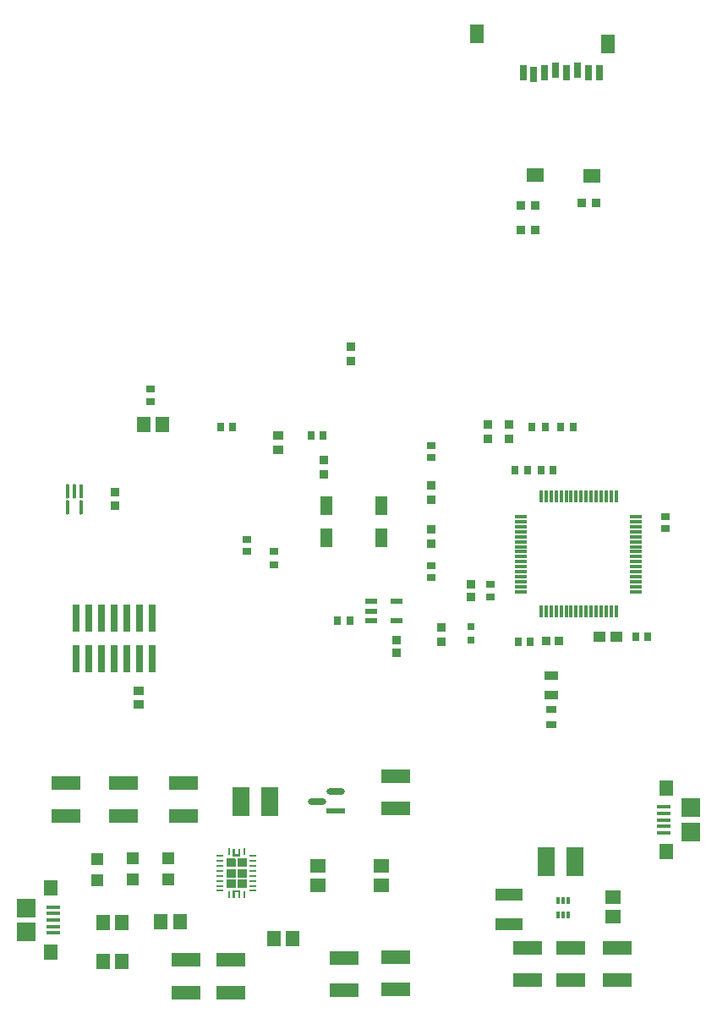
<source format=gtp>
G04*
G04 #@! TF.GenerationSoftware,Altium Limited,Altium Designer,23.4.1 (23)*
G04*
G04 Layer_Color=8421504*
%FSLAX25Y25*%
%MOIN*%
G70*
G04*
G04 #@! TF.SameCoordinates,3C4277FE-F450-4ED3-BB46-299587BC0101*
G04*
G04*
G04 #@! TF.FilePolarity,Positive*
G04*
G01*
G75*
%ADD17R,0.02913X0.10984*%
%ADD18R,0.04724X0.01181*%
%ADD19R,0.01181X0.04724*%
%ADD20R,0.03150X0.05906*%
%ADD21R,0.07087X0.05512*%
%ADD22R,0.05512X0.07480*%
%ADD23R,0.05315X0.01575*%
%ADD24R,0.05512X0.06299*%
%ADD25R,0.07480X0.07480*%
%ADD26R,0.06150X0.05542*%
%ADD27R,0.11614X0.05709*%
G04:AMPARAMS|DCode=28|XSize=9.45mil|YSize=23.62mil|CornerRadius=1.98mil|HoleSize=0mil|Usage=FLASHONLY|Rotation=0.000|XOffset=0mil|YOffset=0mil|HoleType=Round|Shape=RoundedRectangle|*
%AMROUNDEDRECTD28*
21,1,0.00945,0.01965,0,0,0.0*
21,1,0.00548,0.02362,0,0,0.0*
1,1,0.00397,0.00274,-0.00983*
1,1,0.00397,-0.00274,-0.00983*
1,1,0.00397,-0.00274,0.00983*
1,1,0.00397,0.00274,0.00983*
%
%ADD28ROUNDEDRECTD28*%
G04:AMPARAMS|DCode=29|XSize=23.62mil|YSize=9.45mil|CornerRadius=1.98mil|HoleSize=0mil|Usage=FLASHONLY|Rotation=0.000|XOffset=0mil|YOffset=0mil|HoleType=Round|Shape=RoundedRectangle|*
%AMROUNDEDRECTD29*
21,1,0.02362,0.00548,0,0,0.0*
21,1,0.01965,0.00945,0,0,0.0*
1,1,0.00397,0.00983,-0.00274*
1,1,0.00397,-0.00983,-0.00274*
1,1,0.00397,-0.00983,0.00274*
1,1,0.00397,0.00983,0.00274*
%
%ADD29ROUNDEDRECTD29*%
%ADD30R,0.05542X0.06150*%
%ADD31R,0.03681X0.03788*%
%ADD32R,0.03772X0.03591*%
%ADD33R,0.03543X0.02953*%
%ADD34R,0.03150X0.03740*%
%ADD35R,0.02953X0.03543*%
%ADD36R,0.03347X0.03543*%
%ADD37R,0.03591X0.03772*%
%ADD38R,0.04724X0.02362*%
%ADD39R,0.03788X0.03681*%
%ADD40R,0.03543X0.03347*%
G04:AMPARAMS|DCode=41|XSize=57.64mil|YSize=14.8mil|CornerRadius=7.4mil|HoleSize=0mil|Usage=FLASHONLY|Rotation=270.000|XOffset=0mil|YOffset=0mil|HoleType=Round|Shape=RoundedRectangle|*
%AMROUNDEDRECTD41*
21,1,0.05764,0.00000,0,0,270.0*
21,1,0.04284,0.01480,0,0,270.0*
1,1,0.01480,0.00000,-0.02142*
1,1,0.01480,0.00000,0.02142*
1,1,0.01480,0.00000,0.02142*
1,1,0.01480,0.00000,-0.02142*
%
%ADD41ROUNDEDRECTD41*%
%ADD42R,0.03740X0.03150*%
%ADD43R,0.02756X0.02559*%
%ADD44R,0.06903X0.11434*%
%ADD45R,0.01221X0.02598*%
%ADD46R,0.04724X0.04724*%
%ADD47R,0.10630X0.04528*%
G04:AMPARAMS|DCode=48|XSize=71.82mil|YSize=24.33mil|CornerRadius=12.17mil|HoleSize=0mil|Usage=FLASHONLY|Rotation=180.000|XOffset=0mil|YOffset=0mil|HoleType=Round|Shape=RoundedRectangle|*
%AMROUNDEDRECTD48*
21,1,0.07182,0.00000,0,0,180.0*
21,1,0.04749,0.02433,0,0,180.0*
1,1,0.02433,-0.02375,0.00000*
1,1,0.02433,0.02375,0.00000*
1,1,0.02433,0.02375,0.00000*
1,1,0.02433,-0.02375,0.00000*
%
%ADD48ROUNDEDRECTD48*%
%ADD49R,0.07182X0.02433*%
%ADD50R,0.03937X0.02953*%
%ADD51R,0.04921X0.04331*%
%ADD52R,0.04134X0.03543*%
%ADD53R,0.05512X0.03543*%
%ADD54R,0.01181X0.04724*%
%ADD55R,0.01480X0.05764*%
%ADD56R,0.05118X0.07480*%
G36*
X341437Y168307D02*
X341831D01*
X341831Y168307D01*
X341870Y168307D01*
X341942Y168277D01*
X341998Y168222D01*
X342027Y168149D01*
Y168110D01*
Y165453D01*
X342027D01*
X342027Y165414D01*
X341998Y165341D01*
X341942Y165286D01*
X341870Y165256D01*
X341831D01*
X339272Y165256D01*
X339272D01*
X339232Y165256D01*
X339160Y165286D01*
X339105Y165341D01*
X339075Y165414D01*
Y165453D01*
X339075Y168110D01*
X339075Y168149D01*
X339105Y168222D01*
X339160Y168277D01*
X339232Y168307D01*
X339272D01*
X339665Y168307D01*
X339665Y168307D01*
X339705D01*
X339777Y168277D01*
X339832Y168222D01*
X339862Y168149D01*
Y168110D01*
X339862Y166240D01*
X341240D01*
X341240Y168110D01*
Y168110D01*
X341240Y168149D01*
X341270Y168222D01*
X341325Y168277D01*
X341398Y168307D01*
X341437Y168307D01*
D02*
G37*
G36*
X344482Y164438D02*
X344537Y164383D01*
X344567Y164311D01*
Y164272D01*
Y161319D01*
Y161280D01*
X344537Y161207D01*
X344482Y161152D01*
X344409Y161122D01*
X341103D01*
X341030Y161152D01*
X340975Y161207D01*
X340945Y161280D01*
Y161319D01*
Y164272D01*
Y164311D01*
X340975Y164383D01*
X341030Y164438D01*
X341103Y164469D01*
X344409D01*
X344482Y164438D01*
D02*
G37*
G36*
X340072D02*
X340127Y164383D01*
X340158Y164311D01*
Y164272D01*
Y161319D01*
Y161280D01*
X340127Y161207D01*
X340072Y161152D01*
X340000Y161122D01*
X336693D01*
X336621Y161152D01*
X336565Y161207D01*
X336535Y161280D01*
Y161319D01*
Y164272D01*
Y164311D01*
X336565Y164383D01*
X336621Y164438D01*
X336693Y164469D01*
X340000D01*
X340072Y164438D01*
D02*
G37*
G36*
X344482Y160305D02*
X344537Y160249D01*
X344567Y160177D01*
Y160138D01*
Y157185D01*
Y157146D01*
X344537Y157073D01*
X344482Y157018D01*
X344409Y156988D01*
X341103D01*
X341030Y157018D01*
X340975Y157073D01*
X340945Y157146D01*
Y157185D01*
Y160138D01*
Y160177D01*
X340975Y160249D01*
X341030Y160305D01*
X341103Y160335D01*
X344409D01*
X344482Y160305D01*
D02*
G37*
G36*
X340072D02*
X340127Y160249D01*
X340158Y160177D01*
Y160138D01*
Y157185D01*
Y157146D01*
X340127Y157073D01*
X340072Y157018D01*
X340000Y156988D01*
X336693D01*
X336621Y157018D01*
X336565Y157073D01*
X336535Y157146D01*
Y157185D01*
Y160138D01*
Y160177D01*
X336565Y160249D01*
X336621Y160305D01*
X336693Y160335D01*
X340000D01*
X340072Y160305D01*
D02*
G37*
G36*
X344482Y156171D02*
X344537Y156115D01*
X344567Y156043D01*
Y156004D01*
Y153051D01*
Y153012D01*
X344537Y152940D01*
X344482Y152884D01*
X344409Y152854D01*
X341103D01*
X341030Y152884D01*
X340975Y152940D01*
X340945Y153012D01*
Y153051D01*
Y156004D01*
Y156043D01*
X340975Y156115D01*
X341030Y156171D01*
X341103Y156201D01*
X344409D01*
X344482Y156171D01*
D02*
G37*
G36*
X340072D02*
X340127Y156115D01*
X340158Y156043D01*
Y156004D01*
Y153051D01*
Y153012D01*
X340127Y152940D01*
X340072Y152884D01*
X340000Y152854D01*
X336693D01*
X336621Y152884D01*
X336565Y152940D01*
X336535Y153012D01*
Y153051D01*
Y156004D01*
Y156043D01*
X336565Y156115D01*
X336621Y156171D01*
X336693Y156201D01*
X340000D01*
X340072Y156171D01*
D02*
G37*
G36*
X341831Y152067D02*
X341870Y152067D01*
X341942Y152037D01*
X341998Y151982D01*
X342027Y151909D01*
Y151870D01*
X342027Y149213D01*
X342027Y149213D01*
X342027Y149173D01*
X341998Y149101D01*
X341942Y149046D01*
X341870Y149016D01*
X341437D01*
Y149016D01*
X341398D01*
X341325Y149046D01*
X341270Y149101D01*
X341240Y149173D01*
Y149213D01*
Y151083D01*
X339862D01*
X339862Y149213D01*
X339862D01*
X339862Y149173D01*
X339832Y149101D01*
X339777Y149046D01*
X339704Y149016D01*
X339665Y149016D01*
X339272Y149016D01*
X339232Y149016D01*
X339160Y149046D01*
X339105Y149101D01*
X339075Y149173D01*
Y149213D01*
X339075Y151870D01*
X339075Y151870D01*
X339075Y151909D01*
X339105Y151982D01*
X339160Y152037D01*
X339232Y152067D01*
X339272D01*
X341831Y152067D01*
Y152067D01*
D02*
G37*
D17*
X282244Y243307D02*
D03*
Y259331D02*
D03*
X287244Y243307D02*
D03*
Y259331D02*
D03*
X292244Y243307D02*
D03*
Y259331D02*
D03*
X307244D02*
D03*
Y243307D02*
D03*
X302244Y259331D02*
D03*
Y243307D02*
D03*
X297244Y259331D02*
D03*
Y243307D02*
D03*
X277244Y259331D02*
D03*
Y243307D02*
D03*
D18*
X452756Y297244D02*
D03*
X498031Y299213D02*
D03*
Y297244D02*
D03*
X452756Y277559D02*
D03*
Y299213D02*
D03*
Y295276D02*
D03*
Y293307D02*
D03*
Y291339D02*
D03*
Y289370D02*
D03*
Y287402D02*
D03*
Y285433D02*
D03*
Y283465D02*
D03*
Y281496D02*
D03*
Y279528D02*
D03*
Y275591D02*
D03*
Y273622D02*
D03*
Y271654D02*
D03*
Y269685D02*
D03*
X498031D02*
D03*
Y271654D02*
D03*
Y273622D02*
D03*
Y275591D02*
D03*
Y277559D02*
D03*
Y279528D02*
D03*
Y281496D02*
D03*
Y283465D02*
D03*
Y285433D02*
D03*
Y287402D02*
D03*
Y289370D02*
D03*
Y291339D02*
D03*
Y293307D02*
D03*
Y295276D02*
D03*
D19*
X468504Y307087D02*
D03*
X490157Y261811D02*
D03*
X464567D02*
D03*
X460630Y307087D02*
D03*
X462598D02*
D03*
X488189Y261811D02*
D03*
X462598D02*
D03*
X460630D02*
D03*
X466535D02*
D03*
X468504D02*
D03*
X470472D02*
D03*
X472441D02*
D03*
X474409D02*
D03*
X476378D02*
D03*
X478346D02*
D03*
X480315D02*
D03*
X482283D02*
D03*
X484252D02*
D03*
X486220D02*
D03*
X490157Y307087D02*
D03*
X488189D02*
D03*
X486220D02*
D03*
X484252D02*
D03*
X482283D02*
D03*
X480315D02*
D03*
X478346D02*
D03*
X476378D02*
D03*
X472441D02*
D03*
X470472D02*
D03*
X466535D02*
D03*
X464567D02*
D03*
D20*
X453445Y474409D02*
D03*
X457776Y473622D02*
D03*
X462106Y474409D02*
D03*
X466437Y475197D02*
D03*
X470768Y474409D02*
D03*
X475098Y475197D02*
D03*
X479429Y474409D02*
D03*
X483760D02*
D03*
D21*
X480524Y433705D02*
D03*
X458169Y433858D02*
D03*
D22*
X435138Y489567D02*
D03*
X486909Y485630D02*
D03*
D23*
X268283Y145346D02*
D03*
Y142787D02*
D03*
Y140228D02*
D03*
Y137669D02*
D03*
Y135110D02*
D03*
X509055Y174606D02*
D03*
Y177165D02*
D03*
Y179724D02*
D03*
Y182283D02*
D03*
Y184843D02*
D03*
D24*
X267398Y152827D02*
D03*
Y127630D02*
D03*
X509941Y167126D02*
D03*
Y192323D02*
D03*
D25*
X257752Y144953D02*
D03*
Y135504D02*
D03*
X519587Y175000D02*
D03*
Y184449D02*
D03*
D26*
X488976Y141732D02*
D03*
Y149230D02*
D03*
X372689Y153921D02*
D03*
Y161418D02*
D03*
X397492Y153921D02*
D03*
Y161418D02*
D03*
D27*
X320472Y111713D02*
D03*
Y124508D02*
D03*
X338189Y111713D02*
D03*
Y124508D02*
D03*
X296063Y194193D02*
D03*
Y181398D02*
D03*
X273228Y194193D02*
D03*
Y181398D02*
D03*
X403150Y184153D02*
D03*
Y196949D02*
D03*
X472441Y129232D02*
D03*
Y116437D02*
D03*
X490551Y116437D02*
D03*
Y129232D02*
D03*
X455118Y116437D02*
D03*
Y129232D02*
D03*
X403150Y112894D02*
D03*
Y125689D02*
D03*
X383071Y112500D02*
D03*
Y125295D02*
D03*
X319685Y181398D02*
D03*
Y194193D02*
D03*
D28*
X337598Y167126D02*
D03*
Y150197D02*
D03*
X343504D02*
D03*
Y167126D02*
D03*
D29*
X334055Y165551D02*
D03*
Y163583D02*
D03*
Y161614D02*
D03*
Y159646D02*
D03*
Y157677D02*
D03*
Y155709D02*
D03*
Y153740D02*
D03*
Y151772D02*
D03*
X347047D02*
D03*
Y153740D02*
D03*
Y155709D02*
D03*
Y157677D02*
D03*
Y159646D02*
D03*
Y161614D02*
D03*
Y163583D02*
D03*
Y165551D02*
D03*
D30*
X303921Y335579D02*
D03*
X311418D02*
D03*
X287779Y123768D02*
D03*
X295276D02*
D03*
X362615Y132925D02*
D03*
X355117D02*
D03*
X310613Y139516D02*
D03*
X318111D02*
D03*
X295292Y139224D02*
D03*
X287795D02*
D03*
D31*
X482185Y422835D02*
D03*
X476552D02*
D03*
D32*
X452445Y421850D02*
D03*
X452457Y412299D02*
D03*
X458181D02*
D03*
X458169Y421850D02*
D03*
D33*
X509449Y299213D02*
D03*
X417323Y327165D02*
D03*
X344488Y290157D02*
D03*
X417323Y275197D02*
D03*
X440551Y272441D02*
D03*
X509449Y294488D02*
D03*
X440551Y267717D02*
D03*
X417323Y279921D02*
D03*
X344488Y285433D02*
D03*
X417323Y322441D02*
D03*
D34*
X473228Y334646D02*
D03*
X380118Y258268D02*
D03*
X457087Y334646D02*
D03*
X468110D02*
D03*
X385236Y258268D02*
D03*
X462205Y334646D02*
D03*
D35*
X502756Y251969D02*
D03*
X455118Y317717D02*
D03*
X460630D02*
D03*
X456201Y249902D02*
D03*
X465354Y317717D02*
D03*
X334252Y334646D02*
D03*
X498032Y251969D02*
D03*
X451476Y249902D02*
D03*
X450394Y317717D02*
D03*
X369783Y331201D02*
D03*
X374508D02*
D03*
X338976Y334646D02*
D03*
D36*
X467569Y250148D02*
D03*
X462451D02*
D03*
D37*
X439567Y335646D02*
D03*
X421260Y249894D02*
D03*
X448032Y329982D02*
D03*
Y335707D02*
D03*
X421260Y255618D02*
D03*
X417323Y305799D02*
D03*
Y311524D02*
D03*
X385638Y360425D02*
D03*
Y366150D02*
D03*
X417323Y288476D02*
D03*
Y294201D02*
D03*
X439567Y329921D02*
D03*
D38*
X403543Y258268D02*
D03*
X393701Y265748D02*
D03*
X403543D02*
D03*
X393701Y258268D02*
D03*
Y262008D02*
D03*
D39*
X374803Y316020D02*
D03*
Y321654D02*
D03*
D40*
X292520Y303740D02*
D03*
X403543Y250591D02*
D03*
X432874Y272638D02*
D03*
X403543Y245473D02*
D03*
X292520Y308858D02*
D03*
X432874Y267520D02*
D03*
D41*
X279134Y302756D02*
D03*
X276575Y309213D02*
D03*
X274016D02*
D03*
Y302756D02*
D03*
D42*
X355118Y280315D02*
D03*
X306693Y349606D02*
D03*
Y344685D02*
D03*
X355118Y285433D02*
D03*
D43*
X433071Y250591D02*
D03*
Y255906D02*
D03*
D44*
X473899Y163201D02*
D03*
X462676D02*
D03*
X342423Y186886D02*
D03*
X353647D02*
D03*
D45*
X471130Y147984D02*
D03*
X469161D02*
D03*
X467193D02*
D03*
Y142197D02*
D03*
X469161D02*
D03*
X471130D02*
D03*
D46*
X313665Y164665D02*
D03*
Y156397D02*
D03*
X299492Y164665D02*
D03*
Y156397D02*
D03*
X285713Y164272D02*
D03*
Y156004D02*
D03*
D47*
X448032Y138583D02*
D03*
Y150394D02*
D03*
D48*
X372204Y187008D02*
D03*
X379765Y190748D02*
D03*
D49*
Y183268D02*
D03*
D50*
X464567Y217323D02*
D03*
Y223228D02*
D03*
D51*
X490157Y251969D02*
D03*
X483465D02*
D03*
D52*
X301969Y225197D02*
D03*
X357087Y325590D02*
D03*
Y331102D02*
D03*
X301969Y230709D02*
D03*
D53*
X464567Y228937D02*
D03*
Y236417D02*
D03*
D54*
X474409Y307087D02*
D03*
D55*
X279134Y309213D02*
D03*
D56*
X397638Y290945D02*
D03*
Y303543D02*
D03*
X375984Y290945D02*
D03*
Y303543D02*
D03*
M02*

</source>
